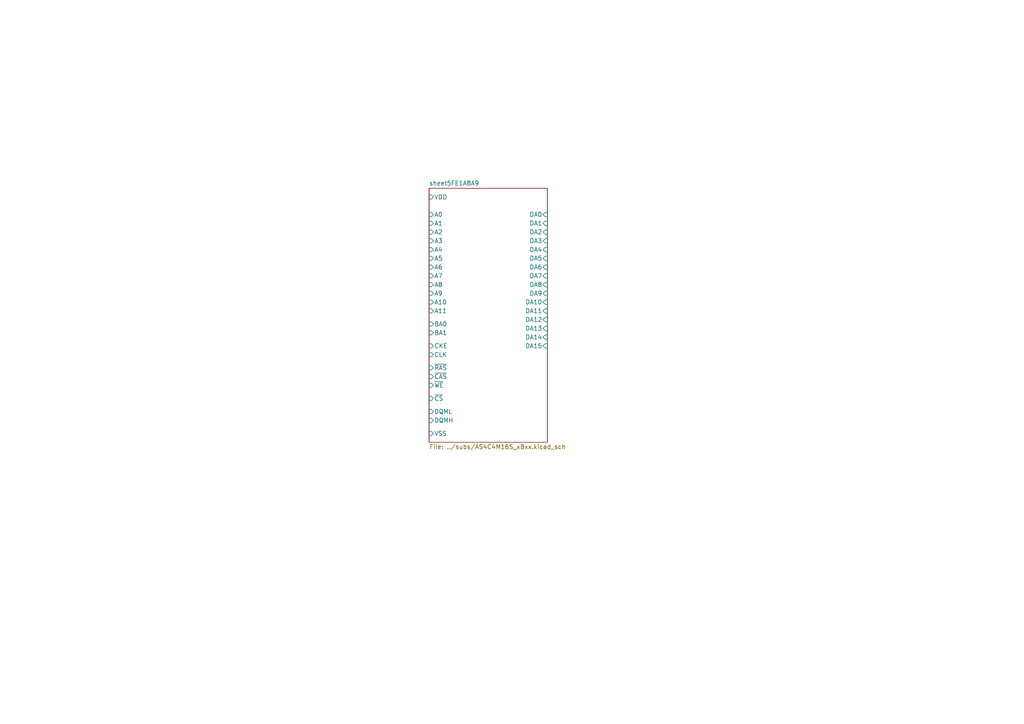
<source format=kicad_sch>
(kicad_sch (version 20211123) (generator eeschema)
  (paper "A4")
  (lib_symbols)
  (sheet (at 124.46 54.61) (size 34.29 73.66)
    (property "Sheet name" "sheet5FE1A8A9" (at 124.46 53.8984 0) (effects (justify left bottom)))
    (property "Sheet file" "../subs/AS4C4M16S_xBxx.kicad_sch" (at 124.46 128.8546 0) (effects (justify left top)))
    (pin "A0" input (at 124.46 62.23 180))
    (pin "A1" input (at 124.46 64.77 180))
    (pin "A2" input (at 124.46 67.31 180))
    (pin "A3" input (at 124.46 69.85 180))
    (pin "A4" input (at 124.46 72.39 180))
    (pin "A5" input (at 124.46 74.93 180))
    (pin "A6" input (at 124.46 77.47 180))
    (pin "A7" input (at 124.46 80.01 180))
    (pin "A8" input (at 124.46 82.55 180))
    (pin "A9" input (at 124.46 85.09 180))
    (pin "A10" input (at 124.46 87.63 180))
    (pin "A11" input (at 124.46 90.17 180))
    (pin "BA0" input (at 124.46 93.98 180))
    (pin "BA1" input (at 124.46 96.52 180))
    (pin "DA0" input (at 158.75 62.23 0))
    (pin "DA1" input (at 158.75 64.77 0))
    (pin "DA2" input (at 158.75 67.31 0))
    (pin "DA3" input (at 158.75 69.85 0))
    (pin "DA4" input (at 158.75 72.39 0))
    (pin "DA5" input (at 158.75 74.93 0))
    (pin "DA6" input (at 158.75 77.47 0))
    (pin "DA7" input (at 158.75 80.01 0))
    (pin "DA8" input (at 158.75 82.55 0))
    (pin "DA9" input (at 158.75 85.09 0))
    (pin "DA10" input (at 158.75 87.63 0))
    (pin "DA11" input (at 158.75 90.17 0))
    (pin "DA12" input (at 158.75 92.71 0))
    (pin "DA13" input (at 158.75 95.25 0))
    (pin "DA14" input (at 158.75 97.79 0))
    (pin "DA15" input (at 158.75 100.33 0))
    (pin "CLK" input (at 124.46 102.87 180))
    (pin "CKE" input (at 124.46 100.33 180))
    (pin "~{RAS}" input (at 124.46 106.68 180))
    (pin "~{CAS}" input (at 124.46 109.22 180))
    (pin "~{WE}" input (at 124.46 111.76 180))
    (pin "~{CS}" input (at 124.46 115.57 180))
    (pin "DQML" input (at 124.46 119.38 180))
    (pin "DQMH" input (at 124.46 121.92 180))
    (pin "VDD" input (at 124.46 57.15 180))
    (pin "VSS" input (at 124.46 125.73 180))
  )
)
</source>
